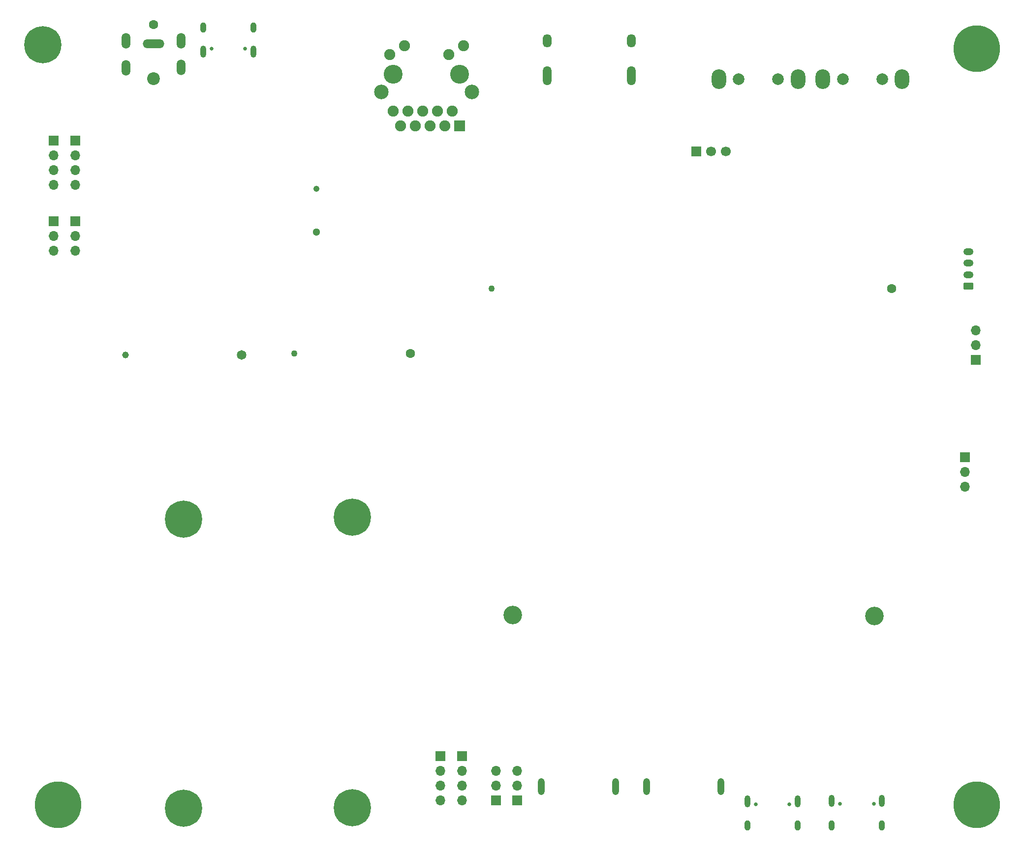
<source format=gbr>
%TF.GenerationSoftware,KiCad,Pcbnew,9.0.3*%
%TF.CreationDate,2025-07-29T21:44:48-04:00*%
%TF.ProjectId,[DFR1142]Lite Carrier for LattePanda Mu,5b444652-3131-4343-925d-4c6974652043,rev?*%
%TF.SameCoordinates,Original*%
%TF.FileFunction,Soldermask,Bot*%
%TF.FilePolarity,Negative*%
%FSLAX46Y46*%
G04 Gerber Fmt 4.6, Leading zero omitted, Abs format (unit mm)*
G04 Created by KiCad (PCBNEW 9.0.3) date 2025-07-29 21:44:48*
%MOMM*%
%LPD*%
G01*
G04 APERTURE LIST*
G04 Aperture macros list*
%AMRoundRect*
0 Rectangle with rounded corners*
0 $1 Rounding radius*
0 $2 $3 $4 $5 $6 $7 $8 $9 X,Y pos of 4 corners*
0 Add a 4 corners polygon primitive as box body*
4,1,4,$2,$3,$4,$5,$6,$7,$8,$9,$2,$3,0*
0 Add four circle primitives for the rounded corners*
1,1,$1+$1,$2,$3*
1,1,$1+$1,$4,$5*
1,1,$1+$1,$6,$7*
1,1,$1+$1,$8,$9*
0 Add four rect primitives between the rounded corners*
20,1,$1+$1,$2,$3,$4,$5,0*
20,1,$1+$1,$4,$5,$6,$7,0*
20,1,$1+$1,$6,$7,$8,$9,0*
20,1,$1+$1,$8,$9,$2,$3,0*%
G04 Aperture macros list end*
%ADD10C,0.800000*%
%ADD11C,6.400000*%
%ADD12R,1.700000X1.700000*%
%ADD13C,1.700000*%
%ADD14C,1.300000*%
%ADD15C,1.050000*%
%ADD16O,1.700000X1.700000*%
%ADD17O,1.500000X2.300000*%
%ADD18O,1.500000X3.300000*%
%ADD19C,2.500000*%
%ADD20C,1.900000*%
%ADD21R,1.900000X1.900000*%
%ADD22C,3.250000*%
%ADD23C,1.650000*%
%ADD24C,1.150000*%
%ADD25C,1.600000*%
%ADD26C,1.100000*%
%ADD27O,1.500000X2.700000*%
%ADD28O,3.700000X1.500000*%
%ADD29C,2.200000*%
%ADD30O,1.000000X1.800000*%
%ADD31O,1.000000X2.100000*%
%ADD32C,0.650000*%
%ADD33O,2.520000X3.400000*%
%ADD34C,2.000000*%
%ADD35O,1.200000X2.900000*%
%ADD36O,1.750000X1.200000*%
%ADD37RoundRect,0.250000X0.625000X-0.350000X0.625000X0.350000X-0.625000X0.350000X-0.625000X-0.350000X0*%
%ADD38C,0.900000*%
%ADD39C,8.000000*%
%ADD40C,3.200000*%
G04 APERTURE END LIST*
D10*
%TO.C,H1*%
X122992573Y-58020627D03*
X124689629Y-58723571D03*
X121295517Y-58723571D03*
X125392573Y-60420627D03*
D11*
X122992573Y-60420627D03*
D10*
X120592573Y-60420627D03*
X124689629Y-62117683D03*
X121295517Y-62117683D03*
X122992573Y-62820627D03*
%TD*%
D12*
%TO.C,J88*%
X235410000Y-78825000D03*
D13*
X237950000Y-78825000D03*
X240490000Y-78825000D03*
%TD*%
D14*
%TO.C,BT1*%
X170025000Y-92725000D03*
D15*
X170025000Y-85275000D03*
%TD*%
D10*
%TO.C,H1*%
X178625000Y-141850000D03*
X177922056Y-143547056D03*
X177922056Y-140152944D03*
X176225000Y-144250000D03*
D11*
X176225000Y-141850000D03*
D10*
X176225000Y-139450000D03*
X174527944Y-143547056D03*
X174527944Y-140152944D03*
X173825000Y-141850000D03*
%TD*%
%TO.C,H2*%
X149550000Y-142175000D03*
X148847056Y-143872056D03*
X148847056Y-140477944D03*
X147150000Y-144575000D03*
D11*
X147150000Y-142175000D03*
D10*
X147150000Y-139775000D03*
X145452944Y-143872056D03*
X145452944Y-140477944D03*
X144750000Y-142175000D03*
%TD*%
%TO.C,H3*%
X149550000Y-191908582D03*
X148847056Y-193605638D03*
X148847056Y-190211526D03*
X147150000Y-194308582D03*
D11*
X147150000Y-191908582D03*
D10*
X147150000Y-189508582D03*
X145452944Y-193605638D03*
X145452944Y-190211526D03*
X144750000Y-191908582D03*
%TD*%
%TO.C,H4*%
X178625000Y-191850000D03*
X177922056Y-193547056D03*
X177922056Y-190152944D03*
X176225000Y-194250000D03*
D11*
X176225000Y-191850000D03*
D10*
X176225000Y-189450000D03*
X174527944Y-193547056D03*
X174527944Y-190152944D03*
X173825000Y-191850000D03*
%TD*%
D16*
%TO.C,J1*%
X281600000Y-136605000D03*
X281600000Y-134065000D03*
D12*
X281600000Y-131525000D03*
%TD*%
D17*
%TO.C,J3*%
X224250000Y-59785000D03*
X209750000Y-59785000D03*
D18*
X224250000Y-65745000D03*
X209750000Y-65745000D03*
%TD*%
D19*
%TO.C,J6*%
X181225000Y-68550000D03*
X196775000Y-68550000D03*
D20*
X183285000Y-71850000D03*
X184555000Y-74390000D03*
X185825000Y-71850000D03*
X187095000Y-74390000D03*
X188365000Y-71850000D03*
X189635000Y-74390000D03*
X190905000Y-71850000D03*
X192175000Y-74390000D03*
X193445000Y-71850000D03*
D21*
X194715000Y-74390000D03*
D20*
X195325000Y-60600000D03*
X192785000Y-62120000D03*
X185215000Y-60600000D03*
X182675000Y-62120000D03*
D22*
X183285000Y-65500000D03*
X194715000Y-65500000D03*
%TD*%
D16*
%TO.C,J7*%
X191375000Y-190600609D03*
X191375000Y-188060609D03*
X191375000Y-185520609D03*
D12*
X191375000Y-182980609D03*
%TD*%
D16*
%TO.C,J8*%
X200900000Y-185510000D03*
X200900000Y-188050000D03*
D12*
X200900000Y-190590000D03*
%TD*%
D16*
%TO.C,J9*%
X195125000Y-190600000D03*
X195125000Y-188060000D03*
X195125000Y-185520000D03*
D12*
X195125000Y-182980000D03*
%TD*%
D16*
%TO.C,J10*%
X204550000Y-185510000D03*
X204550000Y-188050000D03*
D12*
X204550000Y-190590000D03*
%TD*%
D16*
%TO.C,J11*%
X128550000Y-95930000D03*
X128550000Y-93390000D03*
D12*
X128550000Y-90850000D03*
%TD*%
D16*
%TO.C,J12*%
X128525000Y-84540000D03*
X128525000Y-82000000D03*
X128525000Y-79460000D03*
D12*
X128525000Y-76920000D03*
%TD*%
D16*
%TO.C,J13*%
X124800000Y-84540000D03*
X124800000Y-82000000D03*
X124800000Y-79460000D03*
D12*
X124800000Y-76920000D03*
%TD*%
D16*
%TO.C,J14*%
X124825000Y-95930000D03*
X124825000Y-93390000D03*
D12*
X124825000Y-90850000D03*
%TD*%
D23*
%TO.C,J15*%
X157150000Y-113875000D03*
D24*
X137150000Y-113875000D03*
%TD*%
D25*
%TO.C,J16*%
X186225000Y-113600000D03*
D26*
X166225000Y-113600000D03*
%TD*%
D27*
%TO.C,J17*%
X146750000Y-64350000D03*
X146750000Y-59750000D03*
X137250000Y-64450000D03*
X137250000Y-59750000D03*
D28*
X142000000Y-60250000D03*
D29*
X142000000Y-66250000D03*
D25*
X142000000Y-57000000D03*
%TD*%
D30*
%TO.C,J18*%
X150580000Y-57475000D03*
D31*
X150580000Y-61675000D03*
D30*
X159220000Y-57475000D03*
D31*
X159220000Y-61675000D03*
D32*
X152010000Y-61155000D03*
X157790000Y-61155000D03*
%TD*%
D33*
%TO.C,J78*%
X239288999Y-66400000D03*
X252888999Y-66400000D03*
D34*
X242688999Y-66400000D03*
X249488999Y-66400000D03*
%TD*%
D30*
%TO.C,J79*%
X267360000Y-194860000D03*
D31*
X267360000Y-190660000D03*
D30*
X258720000Y-194860000D03*
D31*
X258720000Y-190660000D03*
D32*
X265930000Y-191180000D03*
X260150000Y-191180000D03*
%TD*%
D33*
%TO.C,J80*%
X257200000Y-66407500D03*
X270800000Y-66407500D03*
D34*
X260600000Y-66407500D03*
X267400000Y-66407500D03*
%TD*%
D30*
%TO.C,J81*%
X252860000Y-194910000D03*
D31*
X252860000Y-190710000D03*
D30*
X244220000Y-194910000D03*
D31*
X244220000Y-190710000D03*
D32*
X251430000Y-191230000D03*
X245650000Y-191230000D03*
%TD*%
D35*
%TO.C,J82*%
X239650000Y-188200000D03*
X226850000Y-188200000D03*
%TD*%
%TO.C,J83*%
X221550000Y-188200000D03*
X208750000Y-188200000D03*
%TD*%
D16*
%TO.C,JP1*%
X283450000Y-109610000D03*
X283450000Y-112150000D03*
D12*
X283450000Y-114690000D03*
%TD*%
D36*
%TO.C,M1*%
X282250000Y-96050000D03*
X282250000Y-98050000D03*
X282250000Y-100050000D03*
D37*
X282250000Y-102050000D03*
%TD*%
D38*
%TO.C,H72*%
X122575000Y-191375000D03*
X123453680Y-189253680D03*
X123453680Y-193496320D03*
X125575000Y-188375000D03*
D39*
X125575000Y-191375000D03*
D38*
X125575000Y-194375000D03*
X127696320Y-189253680D03*
X127696320Y-193496320D03*
X128575000Y-191375000D03*
%TD*%
%TO.C,H73*%
X280628680Y-191375000D03*
X281507360Y-189253680D03*
X281507360Y-193496320D03*
X283628680Y-188375000D03*
D39*
X283628680Y-191375000D03*
D38*
X283628680Y-194375000D03*
X285750000Y-189253680D03*
X285750000Y-193496320D03*
X286628680Y-191375000D03*
%TD*%
D40*
%TO.C,H6*%
X266025000Y-158850000D03*
%TD*%
%TO.C,H5*%
X203825000Y-158625000D03*
%TD*%
D38*
%TO.C,H74*%
X280628680Y-61096320D03*
X281507360Y-58975000D03*
X281507360Y-63217640D03*
X283628680Y-58096320D03*
D39*
X283628680Y-61096320D03*
D38*
X283628680Y-64096320D03*
X285750000Y-58975000D03*
X285750000Y-63217640D03*
X286628680Y-61096320D03*
%TD*%
D25*
%TO.C,A1*%
X269005749Y-102451916D03*
D26*
X200205749Y-102451916D03*
%TD*%
M02*

</source>
